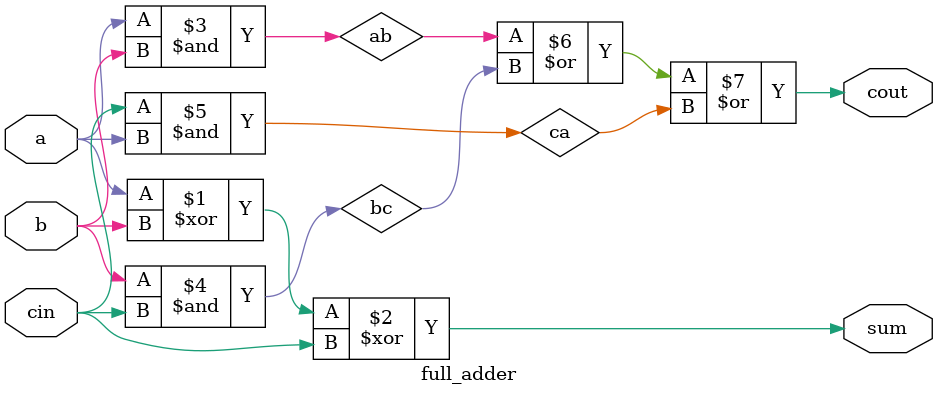
<source format=v>
`timescale 1ns / 1ps
module full_adder(a,b,cin,sum,cout);
	input a,b,cin;
	output sum,cout;
	
	wire ab,bc,ca;
	
	xor x1(sum,a,b,cin);
		
	and a1(ab,a,b);
	and a2(bc,b,cin);
	and a3(ca,cin,a);
	
	or o1(cout,ab,bc,ca);
endmodule

</source>
